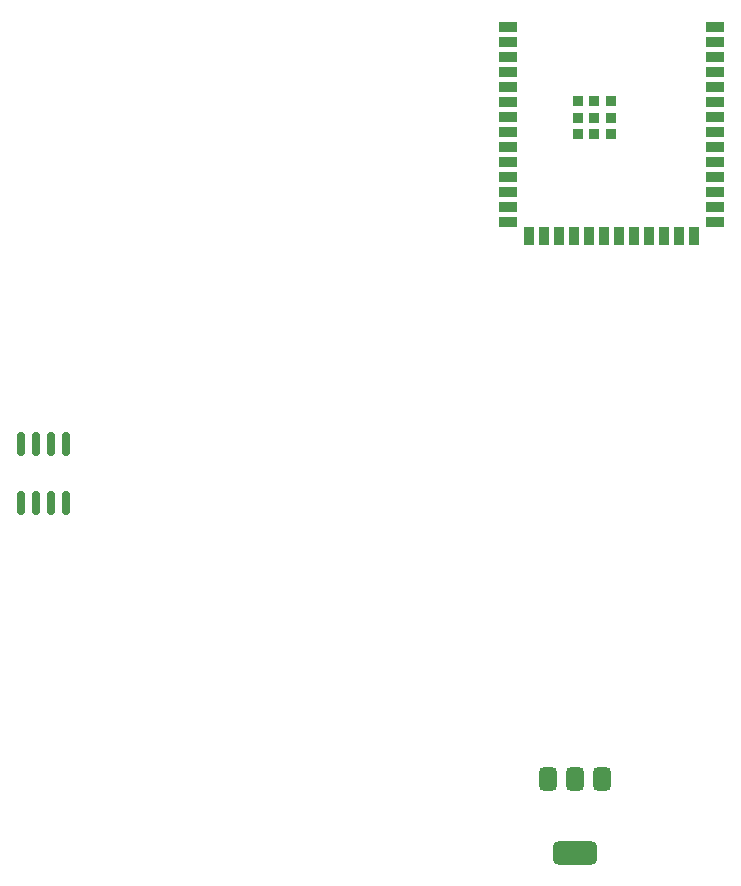
<source format=gbr>
%TF.GenerationSoftware,KiCad,Pcbnew,8.0.5*%
%TF.CreationDate,2024-10-29T06:52:38-03:00*%
%TF.ProjectId,WattSync,57617474-5379-46e6-932e-6b696361645f,rev?*%
%TF.SameCoordinates,Original*%
%TF.FileFunction,Paste,Top*%
%TF.FilePolarity,Positive*%
%FSLAX46Y46*%
G04 Gerber Fmt 4.6, Leading zero omitted, Abs format (unit mm)*
G04 Created by KiCad (PCBNEW 8.0.5) date 2024-10-29 06:52:38*
%MOMM*%
%LPD*%
G01*
G04 APERTURE LIST*
G04 Aperture macros list*
%AMRoundRect*
0 Rectangle with rounded corners*
0 $1 Rounding radius*
0 $2 $3 $4 $5 $6 $7 $8 $9 X,Y pos of 4 corners*
0 Add a 4 corners polygon primitive as box body*
4,1,4,$2,$3,$4,$5,$6,$7,$8,$9,$2,$3,0*
0 Add four circle primitives for the rounded corners*
1,1,$1+$1,$2,$3*
1,1,$1+$1,$4,$5*
1,1,$1+$1,$6,$7*
1,1,$1+$1,$8,$9*
0 Add four rect primitives between the rounded corners*
20,1,$1+$1,$2,$3,$4,$5,0*
20,1,$1+$1,$4,$5,$6,$7,0*
20,1,$1+$1,$6,$7,$8,$9,0*
20,1,$1+$1,$8,$9,$2,$3,0*%
G04 Aperture macros list end*
%ADD10RoundRect,0.375000X-0.375000X0.625000X-0.375000X-0.625000X0.375000X-0.625000X0.375000X0.625000X0*%
%ADD11RoundRect,0.500000X-1.400000X0.500000X-1.400000X-0.500000X1.400000X-0.500000X1.400000X0.500000X0*%
%ADD12R,0.900000X0.900000*%
%ADD13R,1.500000X0.900000*%
%ADD14R,0.900000X1.500000*%
%ADD15RoundRect,0.150000X0.150000X-0.825000X0.150000X0.825000X-0.150000X0.825000X-0.150000X-0.825000X0*%
G04 APERTURE END LIST*
D10*
%TO.C,U4*%
X127600000Y-100910000D03*
X125300000Y-100910000D03*
D11*
X125300000Y-107210000D03*
D10*
X123000000Y-100910000D03*
%TD*%
D12*
%TO.C,U1*%
X125500000Y-43560000D03*
X125500000Y-44960000D03*
X125500000Y-46360000D03*
X126900000Y-43560000D03*
X126900000Y-44960000D03*
X126900000Y-46360000D03*
X128300000Y-43560000D03*
X128300000Y-44960000D03*
X128300000Y-46360000D03*
D13*
X119650000Y-37240000D03*
X119650000Y-38510000D03*
X119650000Y-39780000D03*
X119650000Y-41050000D03*
X119650000Y-42320000D03*
X119650000Y-43590000D03*
X119650000Y-44860000D03*
X119650000Y-46130000D03*
X119650000Y-47400000D03*
X119650000Y-48670000D03*
X119650000Y-49940000D03*
X119650000Y-51210000D03*
X119650000Y-52480000D03*
X119650000Y-53750000D03*
D14*
X121415000Y-55000000D03*
X122685000Y-55000000D03*
X123955000Y-55000000D03*
X125225000Y-55000000D03*
X126495000Y-55000000D03*
X127765000Y-55000000D03*
X129035000Y-55000000D03*
X130305000Y-55000000D03*
X131575000Y-55000000D03*
X132845000Y-55000000D03*
X134115000Y-55000000D03*
X135385000Y-55000000D03*
D13*
X137150000Y-53750000D03*
X137150000Y-52480000D03*
X137150000Y-51210000D03*
X137150000Y-49940000D03*
X137150000Y-48670000D03*
X137150000Y-47400000D03*
X137150000Y-46130000D03*
X137150000Y-44860000D03*
X137150000Y-43590000D03*
X137150000Y-42320000D03*
X137150000Y-41050000D03*
X137150000Y-39780000D03*
X137150000Y-38510000D03*
X137150000Y-37240000D03*
%TD*%
D15*
%TO.C,U2*%
X78395000Y-77535000D03*
X79665000Y-77535000D03*
X80935000Y-77535000D03*
X82205000Y-77535000D03*
X82205000Y-72585000D03*
X80935000Y-72585000D03*
X79665000Y-72585000D03*
X78395000Y-72585000D03*
%TD*%
M02*

</source>
